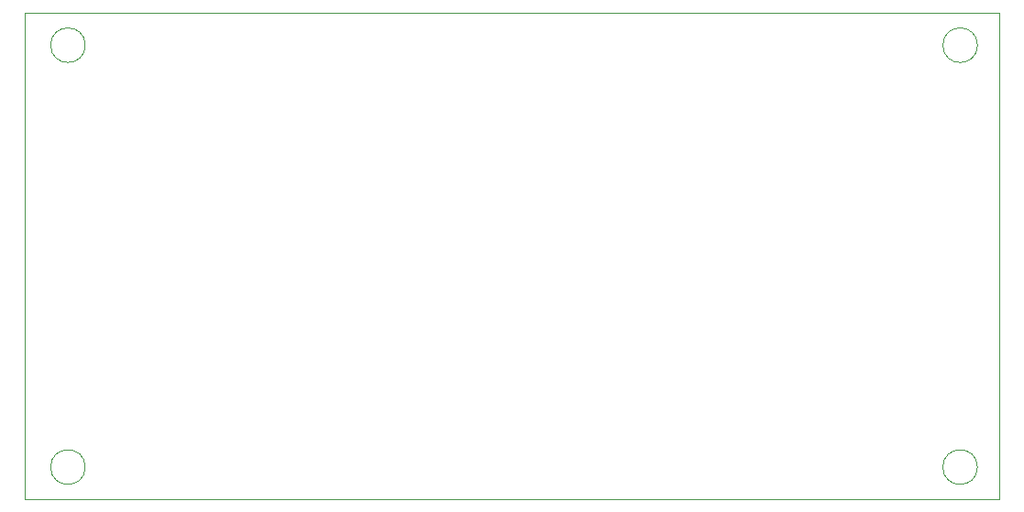
<source format=gm1>
%TF.GenerationSoftware,KiCad,Pcbnew,8.0.8*%
%TF.CreationDate,2025-06-29T12:51:07+09:00*%
%TF.ProjectId,PowerSeparate,506f7765-7253-4657-9061-726174652e6b,rev?*%
%TF.SameCoordinates,Original*%
%TF.FileFunction,Profile,NP*%
%FSLAX46Y46*%
G04 Gerber Fmt 4.6, Leading zero omitted, Abs format (unit mm)*
G04 Created by KiCad (PCBNEW 8.0.8) date 2025-06-29 12:51:07*
%MOMM*%
%LPD*%
G01*
G04 APERTURE LIST*
%TA.AperFunction,Profile*%
%ADD10C,0.050000*%
%TD*%
G04 APERTURE END LIST*
D10*
X154000000Y-97000000D02*
G75*
G02*
X150800000Y-97000000I-1600000J0D01*
G01*
X150800000Y-97000000D02*
G75*
G02*
X154000000Y-97000000I1600000J0D01*
G01*
X66000000Y-55000000D02*
X156000000Y-55000000D01*
X66000000Y-100000000D02*
X156000000Y-100000000D01*
X156000000Y-55000000D02*
X156000000Y-100000000D01*
X66000000Y-55000000D02*
X66000000Y-100000000D01*
X154000000Y-58000000D02*
G75*
G02*
X150800000Y-58000000I-1600000J0D01*
G01*
X150800000Y-58000000D02*
G75*
G02*
X154000000Y-58000000I1600000J0D01*
G01*
X71600000Y-97000000D02*
G75*
G02*
X68400000Y-97000000I-1600000J0D01*
G01*
X68400000Y-97000000D02*
G75*
G02*
X71600000Y-97000000I1600000J0D01*
G01*
X71600000Y-58000000D02*
G75*
G02*
X68400000Y-58000000I-1600000J0D01*
G01*
X68400000Y-58000000D02*
G75*
G02*
X71600000Y-58000000I1600000J0D01*
G01*
M02*

</source>
